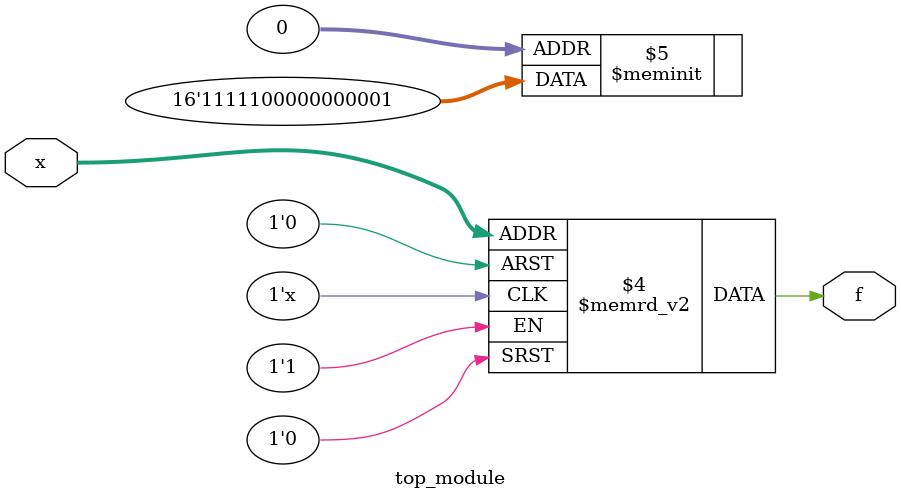
<source format=sv>
module top_module (
	input [4:1] x,
	output logic f
);

// Implementing the function f using a case statement
always_comb begin
	case(x)
		4'b0000, 4'b1101, 4'b1110, 4'b1111: f = 1'b1;
		4'b0010, 4'b0011, 4'b0101, 4'b0110, 4'b0111, 4'b1010: f = 1'b0;
		4'b1011, 4'b1100: f = 1'b1;
		default: f = 1'b0;
	endcase
end

endmodule

</source>
